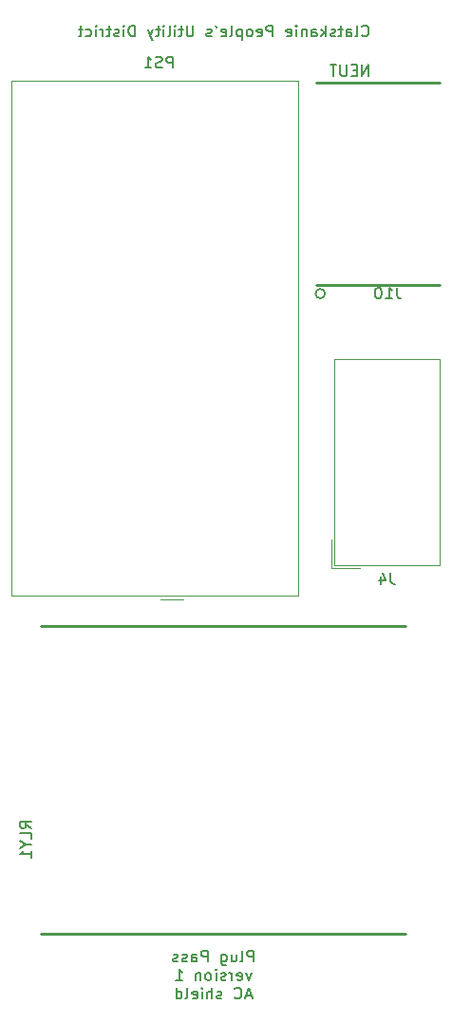
<source format=gbo>
G04 #@! TF.GenerationSoftware,KiCad,Pcbnew,(5.1.5)-3*
G04 #@! TF.CreationDate,2020-04-22T08:06:24-07:00*
G04 #@! TF.ProjectId,Plug_Pass_120V_AC_shield,506c7567-5f50-4617-9373-5f313230565f,rev?*
G04 #@! TF.SameCoordinates,Original*
G04 #@! TF.FileFunction,Legend,Bot*
G04 #@! TF.FilePolarity,Positive*
%FSLAX46Y46*%
G04 Gerber Fmt 4.6, Leading zero omitted, Abs format (unit mm)*
G04 Created by KiCad (PCBNEW (5.1.5)-3) date 2020-04-22 08:06:24*
%MOMM*%
%LPD*%
G04 APERTURE LIST*
%ADD10C,0.150000*%
%ADD11C,0.120000*%
%ADD12C,0.200000*%
%ADD13C,0.250000*%
G04 APERTURE END LIST*
D10*
X200789728Y-137237460D02*
X200789728Y-136237460D01*
X200408776Y-136237460D01*
X200313538Y-136285080D01*
X200265919Y-136332699D01*
X200218300Y-136427937D01*
X200218300Y-136570794D01*
X200265919Y-136666032D01*
X200313538Y-136713651D01*
X200408776Y-136761270D01*
X200789728Y-136761270D01*
X199646871Y-137237460D02*
X199742109Y-137189841D01*
X199789728Y-137094603D01*
X199789728Y-136237460D01*
X198837347Y-136570794D02*
X198837347Y-137237460D01*
X199265919Y-136570794D02*
X199265919Y-137094603D01*
X199218300Y-137189841D01*
X199123061Y-137237460D01*
X198980204Y-137237460D01*
X198884966Y-137189841D01*
X198837347Y-137142222D01*
X197932585Y-136570794D02*
X197932585Y-137380318D01*
X197980204Y-137475556D01*
X198027823Y-137523175D01*
X198123061Y-137570794D01*
X198265919Y-137570794D01*
X198361157Y-137523175D01*
X197932585Y-137189841D02*
X198027823Y-137237460D01*
X198218300Y-137237460D01*
X198313538Y-137189841D01*
X198361157Y-137142222D01*
X198408776Y-137046984D01*
X198408776Y-136761270D01*
X198361157Y-136666032D01*
X198313538Y-136618413D01*
X198218300Y-136570794D01*
X198027823Y-136570794D01*
X197932585Y-136618413D01*
X196694490Y-137237460D02*
X196694490Y-136237460D01*
X196313538Y-136237460D01*
X196218300Y-136285080D01*
X196170680Y-136332699D01*
X196123061Y-136427937D01*
X196123061Y-136570794D01*
X196170680Y-136666032D01*
X196218300Y-136713651D01*
X196313538Y-136761270D01*
X196694490Y-136761270D01*
X195265919Y-137237460D02*
X195265919Y-136713651D01*
X195313538Y-136618413D01*
X195408776Y-136570794D01*
X195599252Y-136570794D01*
X195694490Y-136618413D01*
X195265919Y-137189841D02*
X195361157Y-137237460D01*
X195599252Y-137237460D01*
X195694490Y-137189841D01*
X195742109Y-137094603D01*
X195742109Y-136999365D01*
X195694490Y-136904127D01*
X195599252Y-136856508D01*
X195361157Y-136856508D01*
X195265919Y-136808889D01*
X194837347Y-137189841D02*
X194742109Y-137237460D01*
X194551633Y-137237460D01*
X194456395Y-137189841D01*
X194408776Y-137094603D01*
X194408776Y-137046984D01*
X194456395Y-136951746D01*
X194551633Y-136904127D01*
X194694490Y-136904127D01*
X194789728Y-136856508D01*
X194837347Y-136761270D01*
X194837347Y-136713651D01*
X194789728Y-136618413D01*
X194694490Y-136570794D01*
X194551633Y-136570794D01*
X194456395Y-136618413D01*
X194027823Y-137189841D02*
X193932585Y-137237460D01*
X193742109Y-137237460D01*
X193646871Y-137189841D01*
X193599252Y-137094603D01*
X193599252Y-137046984D01*
X193646871Y-136951746D01*
X193742109Y-136904127D01*
X193884966Y-136904127D01*
X193980204Y-136856508D01*
X194027823Y-136761270D01*
X194027823Y-136713651D01*
X193980204Y-136618413D01*
X193884966Y-136570794D01*
X193742109Y-136570794D01*
X193646871Y-136618413D01*
X200599252Y-138220794D02*
X200361157Y-138887460D01*
X200123061Y-138220794D01*
X199361157Y-138839841D02*
X199456395Y-138887460D01*
X199646871Y-138887460D01*
X199742109Y-138839841D01*
X199789728Y-138744603D01*
X199789728Y-138363651D01*
X199742109Y-138268413D01*
X199646871Y-138220794D01*
X199456395Y-138220794D01*
X199361157Y-138268413D01*
X199313538Y-138363651D01*
X199313538Y-138458889D01*
X199789728Y-138554127D01*
X198884966Y-138887460D02*
X198884966Y-138220794D01*
X198884966Y-138411270D02*
X198837347Y-138316032D01*
X198789728Y-138268413D01*
X198694490Y-138220794D01*
X198599252Y-138220794D01*
X198313538Y-138839841D02*
X198218300Y-138887460D01*
X198027823Y-138887460D01*
X197932585Y-138839841D01*
X197884966Y-138744603D01*
X197884966Y-138696984D01*
X197932585Y-138601746D01*
X198027823Y-138554127D01*
X198170680Y-138554127D01*
X198265919Y-138506508D01*
X198313538Y-138411270D01*
X198313538Y-138363651D01*
X198265919Y-138268413D01*
X198170680Y-138220794D01*
X198027823Y-138220794D01*
X197932585Y-138268413D01*
X197456395Y-138887460D02*
X197456395Y-138220794D01*
X197456395Y-137887460D02*
X197504014Y-137935080D01*
X197456395Y-137982699D01*
X197408776Y-137935080D01*
X197456395Y-137887460D01*
X197456395Y-137982699D01*
X196837347Y-138887460D02*
X196932585Y-138839841D01*
X196980204Y-138792222D01*
X197027823Y-138696984D01*
X197027823Y-138411270D01*
X196980204Y-138316032D01*
X196932585Y-138268413D01*
X196837347Y-138220794D01*
X196694490Y-138220794D01*
X196599252Y-138268413D01*
X196551633Y-138316032D01*
X196504014Y-138411270D01*
X196504014Y-138696984D01*
X196551633Y-138792222D01*
X196599252Y-138839841D01*
X196694490Y-138887460D01*
X196837347Y-138887460D01*
X196075442Y-138220794D02*
X196075442Y-138887460D01*
X196075442Y-138316032D02*
X196027823Y-138268413D01*
X195932585Y-138220794D01*
X195789728Y-138220794D01*
X195694490Y-138268413D01*
X195646871Y-138363651D01*
X195646871Y-138887460D01*
X193884966Y-138887460D02*
X194456395Y-138887460D01*
X194170680Y-138887460D02*
X194170680Y-137887460D01*
X194265919Y-138030318D01*
X194361157Y-138125556D01*
X194456395Y-138173175D01*
X200575442Y-140251746D02*
X200099252Y-140251746D01*
X200670680Y-140537460D02*
X200337347Y-139537460D01*
X200004014Y-140537460D01*
X199099252Y-140442222D02*
X199146871Y-140489841D01*
X199289728Y-140537460D01*
X199384966Y-140537460D01*
X199527823Y-140489841D01*
X199623061Y-140394603D01*
X199670680Y-140299365D01*
X199718300Y-140108889D01*
X199718300Y-139966032D01*
X199670680Y-139775556D01*
X199623061Y-139680318D01*
X199527823Y-139585080D01*
X199384966Y-139537460D01*
X199289728Y-139537460D01*
X199146871Y-139585080D01*
X199099252Y-139632699D01*
X197956395Y-140489841D02*
X197861157Y-140537460D01*
X197670680Y-140537460D01*
X197575442Y-140489841D01*
X197527823Y-140394603D01*
X197527823Y-140346984D01*
X197575442Y-140251746D01*
X197670680Y-140204127D01*
X197813538Y-140204127D01*
X197908776Y-140156508D01*
X197956395Y-140061270D01*
X197956395Y-140013651D01*
X197908776Y-139918413D01*
X197813538Y-139870794D01*
X197670680Y-139870794D01*
X197575442Y-139918413D01*
X197099252Y-140537460D02*
X197099252Y-139537460D01*
X196670680Y-140537460D02*
X196670680Y-140013651D01*
X196718300Y-139918413D01*
X196813538Y-139870794D01*
X196956395Y-139870794D01*
X197051633Y-139918413D01*
X197099252Y-139966032D01*
X196194490Y-140537460D02*
X196194490Y-139870794D01*
X196194490Y-139537460D02*
X196242109Y-139585080D01*
X196194490Y-139632699D01*
X196146871Y-139585080D01*
X196194490Y-139537460D01*
X196194490Y-139632699D01*
X195337347Y-140489841D02*
X195432585Y-140537460D01*
X195623061Y-140537460D01*
X195718300Y-140489841D01*
X195765919Y-140394603D01*
X195765919Y-140013651D01*
X195718300Y-139918413D01*
X195623061Y-139870794D01*
X195432585Y-139870794D01*
X195337347Y-139918413D01*
X195289728Y-140013651D01*
X195289728Y-140108889D01*
X195765919Y-140204127D01*
X194718300Y-140537460D02*
X194813538Y-140489841D01*
X194861157Y-140394603D01*
X194861157Y-139537460D01*
X193908776Y-140537460D02*
X193908776Y-139537460D01*
X193908776Y-140489841D02*
X194004014Y-140537460D01*
X194194490Y-140537460D01*
X194289728Y-140489841D01*
X194337347Y-140442222D01*
X194384966Y-140346984D01*
X194384966Y-140061270D01*
X194337347Y-139966032D01*
X194289728Y-139918413D01*
X194194490Y-139870794D01*
X194004014Y-139870794D01*
X193908776Y-139918413D01*
X210461594Y-54677582D02*
X210509213Y-54725201D01*
X210652070Y-54772820D01*
X210747308Y-54772820D01*
X210890165Y-54725201D01*
X210985403Y-54629963D01*
X211033022Y-54534725D01*
X211080641Y-54344249D01*
X211080641Y-54201392D01*
X211033022Y-54010916D01*
X210985403Y-53915678D01*
X210890165Y-53820440D01*
X210747308Y-53772820D01*
X210652070Y-53772820D01*
X210509213Y-53820440D01*
X210461594Y-53868059D01*
X209890165Y-54772820D02*
X209985403Y-54725201D01*
X210033022Y-54629963D01*
X210033022Y-53772820D01*
X209080641Y-54772820D02*
X209080641Y-54249011D01*
X209128260Y-54153773D01*
X209223499Y-54106154D01*
X209413975Y-54106154D01*
X209509213Y-54153773D01*
X209080641Y-54725201D02*
X209175880Y-54772820D01*
X209413975Y-54772820D01*
X209509213Y-54725201D01*
X209556832Y-54629963D01*
X209556832Y-54534725D01*
X209509213Y-54439487D01*
X209413975Y-54391868D01*
X209175880Y-54391868D01*
X209080641Y-54344249D01*
X208747308Y-54106154D02*
X208366356Y-54106154D01*
X208604451Y-53772820D02*
X208604451Y-54629963D01*
X208556832Y-54725201D01*
X208461594Y-54772820D01*
X208366356Y-54772820D01*
X208080641Y-54725201D02*
X207985403Y-54772820D01*
X207794927Y-54772820D01*
X207699689Y-54725201D01*
X207652070Y-54629963D01*
X207652070Y-54582344D01*
X207699689Y-54487106D01*
X207794927Y-54439487D01*
X207937784Y-54439487D01*
X208033022Y-54391868D01*
X208080641Y-54296630D01*
X208080641Y-54249011D01*
X208033022Y-54153773D01*
X207937784Y-54106154D01*
X207794927Y-54106154D01*
X207699689Y-54153773D01*
X207223499Y-54772820D02*
X207223499Y-53772820D01*
X207128260Y-54391868D02*
X206842546Y-54772820D01*
X206842546Y-54106154D02*
X207223499Y-54487106D01*
X205985403Y-54772820D02*
X205985403Y-54249011D01*
X206033022Y-54153773D01*
X206128260Y-54106154D01*
X206318737Y-54106154D01*
X206413975Y-54153773D01*
X205985403Y-54725201D02*
X206080641Y-54772820D01*
X206318737Y-54772820D01*
X206413975Y-54725201D01*
X206461594Y-54629963D01*
X206461594Y-54534725D01*
X206413975Y-54439487D01*
X206318737Y-54391868D01*
X206080641Y-54391868D01*
X205985403Y-54344249D01*
X205509213Y-54106154D02*
X205509213Y-54772820D01*
X205509213Y-54201392D02*
X205461594Y-54153773D01*
X205366356Y-54106154D01*
X205223499Y-54106154D01*
X205128260Y-54153773D01*
X205080641Y-54249011D01*
X205080641Y-54772820D01*
X204604451Y-54772820D02*
X204604451Y-54106154D01*
X204604451Y-53772820D02*
X204652070Y-53820440D01*
X204604451Y-53868059D01*
X204556832Y-53820440D01*
X204604451Y-53772820D01*
X204604451Y-53868059D01*
X203747308Y-54725201D02*
X203842546Y-54772820D01*
X204033022Y-54772820D01*
X204128260Y-54725201D01*
X204175880Y-54629963D01*
X204175880Y-54249011D01*
X204128260Y-54153773D01*
X204033022Y-54106154D01*
X203842546Y-54106154D01*
X203747308Y-54153773D01*
X203699689Y-54249011D01*
X203699689Y-54344249D01*
X204175880Y-54439487D01*
X202509213Y-54772820D02*
X202509213Y-53772820D01*
X202128260Y-53772820D01*
X202033022Y-53820440D01*
X201985403Y-53868059D01*
X201937784Y-53963297D01*
X201937784Y-54106154D01*
X201985403Y-54201392D01*
X202033022Y-54249011D01*
X202128260Y-54296630D01*
X202509213Y-54296630D01*
X201128260Y-54725201D02*
X201223499Y-54772820D01*
X201413975Y-54772820D01*
X201509213Y-54725201D01*
X201556832Y-54629963D01*
X201556832Y-54249011D01*
X201509213Y-54153773D01*
X201413975Y-54106154D01*
X201223499Y-54106154D01*
X201128260Y-54153773D01*
X201080641Y-54249011D01*
X201080641Y-54344249D01*
X201556832Y-54439487D01*
X200509213Y-54772820D02*
X200604451Y-54725201D01*
X200652070Y-54677582D01*
X200699689Y-54582344D01*
X200699689Y-54296630D01*
X200652070Y-54201392D01*
X200604451Y-54153773D01*
X200509213Y-54106154D01*
X200366356Y-54106154D01*
X200271118Y-54153773D01*
X200223499Y-54201392D01*
X200175880Y-54296630D01*
X200175880Y-54582344D01*
X200223499Y-54677582D01*
X200271118Y-54725201D01*
X200366356Y-54772820D01*
X200509213Y-54772820D01*
X199747308Y-54106154D02*
X199747308Y-55106154D01*
X199747308Y-54153773D02*
X199652070Y-54106154D01*
X199461594Y-54106154D01*
X199366356Y-54153773D01*
X199318737Y-54201392D01*
X199271118Y-54296630D01*
X199271118Y-54582344D01*
X199318737Y-54677582D01*
X199366356Y-54725201D01*
X199461594Y-54772820D01*
X199652070Y-54772820D01*
X199747308Y-54725201D01*
X198699689Y-54772820D02*
X198794927Y-54725201D01*
X198842546Y-54629963D01*
X198842546Y-53772820D01*
X197937784Y-54725201D02*
X198033022Y-54772820D01*
X198223499Y-54772820D01*
X198318737Y-54725201D01*
X198366356Y-54629963D01*
X198366356Y-54249011D01*
X198318737Y-54153773D01*
X198223499Y-54106154D01*
X198033022Y-54106154D01*
X197937784Y-54153773D01*
X197890165Y-54249011D01*
X197890165Y-54344249D01*
X198366356Y-54439487D01*
X197413975Y-53772820D02*
X197509213Y-53963297D01*
X197033022Y-54725201D02*
X196937784Y-54772820D01*
X196747308Y-54772820D01*
X196652070Y-54725201D01*
X196604451Y-54629963D01*
X196604451Y-54582344D01*
X196652070Y-54487106D01*
X196747308Y-54439487D01*
X196890165Y-54439487D01*
X196985403Y-54391868D01*
X197033022Y-54296630D01*
X197033022Y-54249011D01*
X196985403Y-54153773D01*
X196890165Y-54106154D01*
X196747308Y-54106154D01*
X196652070Y-54153773D01*
X195413975Y-53772820D02*
X195413975Y-54582344D01*
X195366356Y-54677582D01*
X195318737Y-54725201D01*
X195223499Y-54772820D01*
X195033022Y-54772820D01*
X194937784Y-54725201D01*
X194890165Y-54677582D01*
X194842546Y-54582344D01*
X194842546Y-53772820D01*
X194509213Y-54106154D02*
X194128260Y-54106154D01*
X194366356Y-53772820D02*
X194366356Y-54629963D01*
X194318737Y-54725201D01*
X194223499Y-54772820D01*
X194128260Y-54772820D01*
X193794927Y-54772820D02*
X193794927Y-54106154D01*
X193794927Y-53772820D02*
X193842546Y-53820440D01*
X193794927Y-53868059D01*
X193747308Y-53820440D01*
X193794927Y-53772820D01*
X193794927Y-53868059D01*
X193175880Y-54772820D02*
X193271118Y-54725201D01*
X193318737Y-54629963D01*
X193318737Y-53772820D01*
X192794927Y-54772820D02*
X192794927Y-54106154D01*
X192794927Y-53772820D02*
X192842546Y-53820440D01*
X192794927Y-53868059D01*
X192747308Y-53820440D01*
X192794927Y-53772820D01*
X192794927Y-53868059D01*
X192461594Y-54106154D02*
X192080641Y-54106154D01*
X192318737Y-53772820D02*
X192318737Y-54629963D01*
X192271118Y-54725201D01*
X192175880Y-54772820D01*
X192080641Y-54772820D01*
X191842546Y-54106154D02*
X191604451Y-54772820D01*
X191366356Y-54106154D02*
X191604451Y-54772820D01*
X191699689Y-55010916D01*
X191747308Y-55058535D01*
X191842546Y-55106154D01*
X190223499Y-54772820D02*
X190223499Y-53772820D01*
X189985403Y-53772820D01*
X189842546Y-53820440D01*
X189747308Y-53915678D01*
X189699689Y-54010916D01*
X189652070Y-54201392D01*
X189652070Y-54344249D01*
X189699689Y-54534725D01*
X189747308Y-54629963D01*
X189842546Y-54725201D01*
X189985403Y-54772820D01*
X190223499Y-54772820D01*
X189223499Y-54772820D02*
X189223499Y-54106154D01*
X189223499Y-53772820D02*
X189271118Y-53820440D01*
X189223499Y-53868059D01*
X189175880Y-53820440D01*
X189223499Y-53772820D01*
X189223499Y-53868059D01*
X188794927Y-54725201D02*
X188699689Y-54772820D01*
X188509213Y-54772820D01*
X188413975Y-54725201D01*
X188366356Y-54629963D01*
X188366356Y-54582344D01*
X188413975Y-54487106D01*
X188509213Y-54439487D01*
X188652070Y-54439487D01*
X188747308Y-54391868D01*
X188794927Y-54296630D01*
X188794927Y-54249011D01*
X188747308Y-54153773D01*
X188652070Y-54106154D01*
X188509213Y-54106154D01*
X188413975Y-54153773D01*
X188080641Y-54106154D02*
X187699689Y-54106154D01*
X187937784Y-53772820D02*
X187937784Y-54629963D01*
X187890165Y-54725201D01*
X187794927Y-54772820D01*
X187699689Y-54772820D01*
X187366356Y-54772820D02*
X187366356Y-54106154D01*
X187366356Y-54296630D02*
X187318737Y-54201392D01*
X187271118Y-54153773D01*
X187175880Y-54106154D01*
X187080641Y-54106154D01*
X186747308Y-54772820D02*
X186747308Y-54106154D01*
X186747308Y-53772820D02*
X186794927Y-53820440D01*
X186747308Y-53868059D01*
X186699689Y-53820440D01*
X186747308Y-53772820D01*
X186747308Y-53868059D01*
X185842546Y-54725201D02*
X185937784Y-54772820D01*
X186128260Y-54772820D01*
X186223499Y-54725201D01*
X186271118Y-54677582D01*
X186318737Y-54582344D01*
X186318737Y-54296630D01*
X186271118Y-54201392D01*
X186223499Y-54153773D01*
X186128260Y-54106154D01*
X185937784Y-54106154D01*
X185842546Y-54153773D01*
X185556832Y-54106154D02*
X185175880Y-54106154D01*
X185413975Y-53772820D02*
X185413975Y-54629963D01*
X185366356Y-54725201D01*
X185271118Y-54772820D01*
X185175880Y-54772820D01*
D11*
X204809900Y-104624360D02*
X179209900Y-104624360D01*
X179209900Y-104624360D02*
X179209900Y-58724360D01*
X204809900Y-104624360D02*
X204809900Y-58724360D01*
X204809900Y-58724360D02*
X179209900Y-58724360D01*
X194509900Y-104924360D02*
X192509900Y-104924360D01*
D12*
X207167288Y-77688440D02*
G75*
G03X207167288Y-77688440I-418908J0D01*
G01*
D13*
X206424580Y-58890440D02*
X217384580Y-58890440D01*
X206424580Y-76890440D02*
X217384580Y-76890440D01*
X181803040Y-134714520D02*
X214313040Y-134714520D01*
X181803040Y-107284520D02*
X214313040Y-107284520D01*
D11*
X207749200Y-102120000D02*
X210289200Y-102120000D01*
X207749200Y-102120000D02*
X207749200Y-99580000D01*
X207999200Y-101870000D02*
X217349200Y-101870000D01*
X207999200Y-83550000D02*
X207999200Y-101870000D01*
X217349200Y-83550000D02*
X207999200Y-83550000D01*
X217349200Y-101870000D02*
X217349200Y-83550000D01*
D10*
X193581185Y-57561740D02*
X193581185Y-56561740D01*
X193200233Y-56561740D01*
X193104995Y-56609360D01*
X193057376Y-56656979D01*
X193009757Y-56752217D01*
X193009757Y-56895074D01*
X193057376Y-56990312D01*
X193104995Y-57037931D01*
X193200233Y-57085550D01*
X193581185Y-57085550D01*
X192628804Y-57514121D02*
X192485947Y-57561740D01*
X192247852Y-57561740D01*
X192152614Y-57514121D01*
X192104995Y-57466502D01*
X192057376Y-57371264D01*
X192057376Y-57276026D01*
X192104995Y-57180788D01*
X192152614Y-57133169D01*
X192247852Y-57085550D01*
X192438328Y-57037931D01*
X192533566Y-56990312D01*
X192581185Y-56942693D01*
X192628804Y-56847455D01*
X192628804Y-56752217D01*
X192581185Y-56656979D01*
X192533566Y-56609360D01*
X192438328Y-56561740D01*
X192200233Y-56561740D01*
X192057376Y-56609360D01*
X191104995Y-57561740D02*
X191676423Y-57561740D01*
X191390709Y-57561740D02*
X191390709Y-56561740D01*
X191485947Y-56704598D01*
X191581185Y-56799836D01*
X191676423Y-56847455D01*
X213577703Y-77140820D02*
X213577703Y-77855106D01*
X213625322Y-77997963D01*
X213720560Y-78093201D01*
X213863418Y-78140820D01*
X213958656Y-78140820D01*
X212577703Y-78140820D02*
X213149132Y-78140820D01*
X212863418Y-78140820D02*
X212863418Y-77140820D01*
X212958656Y-77283678D01*
X213053894Y-77378916D01*
X213149132Y-77426535D01*
X211958656Y-77140820D02*
X211863418Y-77140820D01*
X211768180Y-77188440D01*
X211720560Y-77236059D01*
X211672941Y-77331297D01*
X211625322Y-77521773D01*
X211625322Y-77759868D01*
X211672941Y-77950344D01*
X211720560Y-78045582D01*
X211768180Y-78093201D01*
X211863418Y-78140820D01*
X211958656Y-78140820D01*
X212053894Y-78093201D01*
X212101513Y-78045582D01*
X212149132Y-77950344D01*
X212196751Y-77759868D01*
X212196751Y-77521773D01*
X212149132Y-77331297D01*
X212101513Y-77236059D01*
X212053894Y-77188440D01*
X211958656Y-77140820D01*
X211058237Y-58303420D02*
X211058237Y-57303420D01*
X210486808Y-58303420D01*
X210486808Y-57303420D01*
X210010618Y-57779611D02*
X209677284Y-57779611D01*
X209534427Y-58303420D02*
X210010618Y-58303420D01*
X210010618Y-57303420D01*
X209534427Y-57303420D01*
X209105856Y-57303420D02*
X209105856Y-58112944D01*
X209058237Y-58208182D01*
X209010618Y-58255801D01*
X208915380Y-58303420D01*
X208724903Y-58303420D01*
X208629665Y-58255801D01*
X208582046Y-58208182D01*
X208534427Y-58112944D01*
X208534427Y-57303420D01*
X208201094Y-57303420D02*
X207629665Y-57303420D01*
X207915380Y-58303420D02*
X207915380Y-57303420D01*
X180985420Y-125334520D02*
X180509230Y-125001186D01*
X180985420Y-124763091D02*
X179985420Y-124763091D01*
X179985420Y-125144043D01*
X180033040Y-125239281D01*
X180080659Y-125286900D01*
X180175897Y-125334520D01*
X180318754Y-125334520D01*
X180413992Y-125286900D01*
X180461611Y-125239281D01*
X180509230Y-125144043D01*
X180509230Y-124763091D01*
X180985420Y-126239281D02*
X180985420Y-125763091D01*
X179985420Y-125763091D01*
X180509230Y-126763091D02*
X180985420Y-126763091D01*
X179985420Y-126429758D02*
X180509230Y-126763091D01*
X179985420Y-127096424D01*
X180985420Y-127953567D02*
X180985420Y-127382139D01*
X180985420Y-127667853D02*
X179985420Y-127667853D01*
X180128278Y-127572615D01*
X180223516Y-127477377D01*
X180271135Y-127382139D01*
X213007533Y-102576380D02*
X213007533Y-103290666D01*
X213055152Y-103433523D01*
X213150390Y-103528761D01*
X213293247Y-103576380D01*
X213388485Y-103576380D01*
X212102771Y-102909714D02*
X212102771Y-103576380D01*
X212340866Y-102528761D02*
X212578961Y-103243047D01*
X211959914Y-103243047D01*
M02*

</source>
